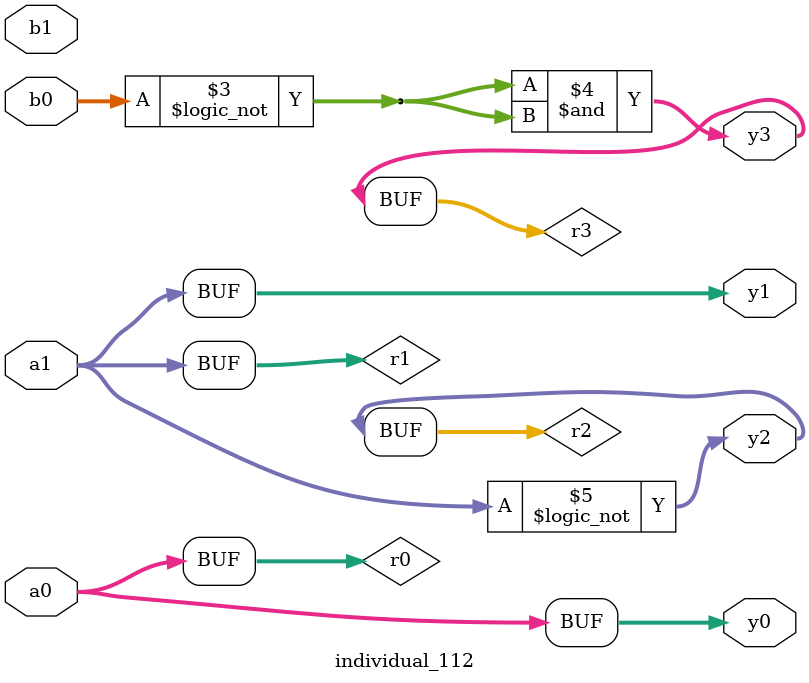
<source format=sv>
module individual_112(input logic [15:0] a1, input logic [15:0] a0, input logic [15:0] b1, input logic [15:0] b0, output logic [15:0] y3, output logic [15:0] y2, output logic [15:0] y1, output logic [15:0] y0);
logic [15:0] r0, r1, r2, r3; 
 always@(*) begin 
	 r0 = a0; r1 = a1; r2 = b0; r3 = b1; 
 	 r3  &=  b1 ;
 	 r3 = ! b0 ;
 	 r3  &=  r3 ;
 	 r2 = ! a1 ;
 	 y3 = r3; y2 = r2; y1 = r1; y0 = r0; 
end
endmodule
</source>
